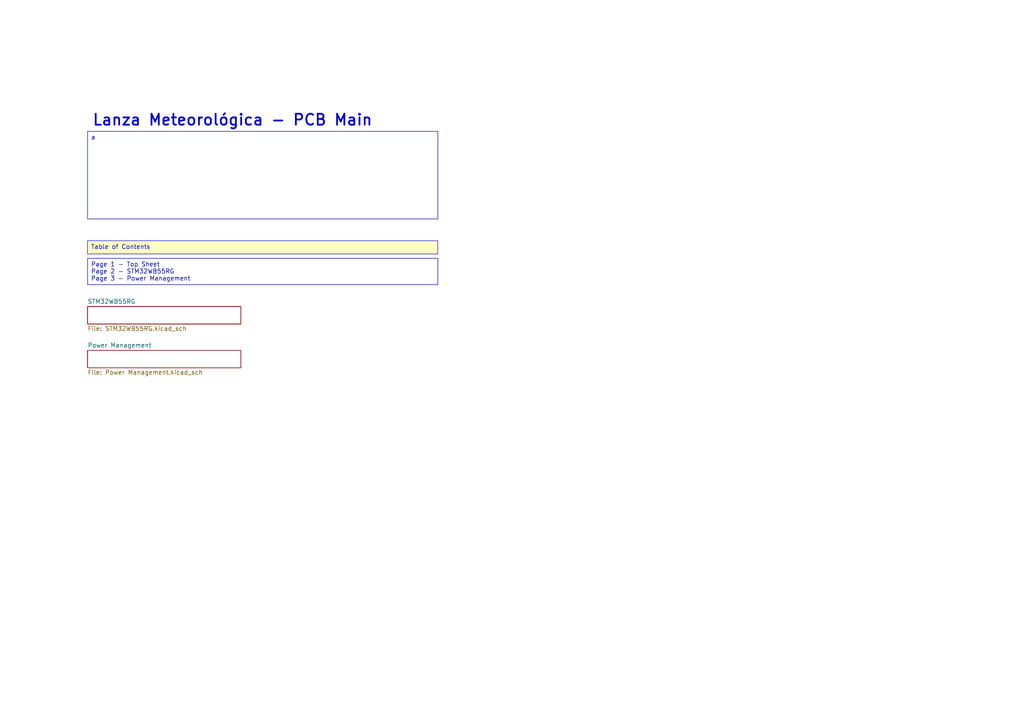
<source format=kicad_sch>
(kicad_sch
	(version 20250114)
	(generator "eeschema")
	(generator_version "9.0")
	(uuid "9fa2563f-04cb-468b-9731-6177268fcdbf")
	(paper "A4")
	(title_block
		(title "Lanza Meteorológica - PCB Main")
	)
	(lib_symbols)
	(text "Lanza Meteorológica - PCB Main"
		(exclude_from_sim no)
		(at 26.67 36.83 0)
		(effects
			(font
				(size 3.175 3.175)
				(thickness 0.508)
				(bold yes)
			)
			(justify left bottom)
		)
		(uuid "a02775c8-28f2-4c7b-a76d-f1137491b64d")
	)
	(text_box "Page 1 - Top Sheet\nPage 2 - STM32WB55RG\nPage 3 - Power Management"
		(exclude_from_sim no)
		(at 25.4 74.93 0)
		(size 101.6 7.62)
		(margins 0.9525 0.9525 0.9525 0.9525)
		(stroke
			(width 0)
			(type solid)
		)
		(fill
			(type none)
		)
		(effects
			(font
				(size 1.27 1.27)
			)
			(justify left top)
		)
		(uuid "4305ef05-2fc1-4a4d-bd7b-8b0da48c187d")
	)
	(text_box "a"
		(exclude_from_sim no)
		(at 25.4 38.1 0)
		(size 101.6 25.4)
		(margins 0.9525 0.9525 0.9525 0.9525)
		(stroke
			(width 0)
			(type solid)
		)
		(fill
			(type none)
		)
		(effects
			(font
				(size 1.27 1.27)
			)
			(justify left top)
		)
		(uuid "5edf4795-8828-4540-98b4-741066d99345")
	)
	(text_box "Table of Contents"
		(exclude_from_sim no)
		(at 25.4 69.85 0)
		(size 101.6 3.81)
		(margins 0.9525 0.9525 0.9525 0.9525)
		(stroke
			(width 0)
			(type solid)
		)
		(fill
			(type color)
			(color 255 255 194 1)
		)
		(effects
			(font
				(size 1.27 1.27)
			)
			(justify left top)
		)
		(uuid "7e8c3f1c-d121-4028-8208-eaa8c8058a79")
	)
	(sheet
		(at 25.4 88.9)
		(size 44.45 5.08)
		(exclude_from_sim no)
		(in_bom yes)
		(on_board yes)
		(dnp no)
		(fields_autoplaced yes)
		(stroke
			(width 0.1524)
			(type solid)
		)
		(fill
			(color 0 0 0 0.0000)
		)
		(uuid "401ae2bf-b50a-48e9-9bd2-721497aaba14")
		(property "Sheetname" "STM32WB55RG"
			(at 25.4 88.1884 0)
			(effects
				(font
					(size 1.27 1.27)
				)
				(justify left bottom)
			)
		)
		(property "Sheetfile" "STM32WB55RG.kicad_sch"
			(at 25.4 94.5646 0)
			(effects
				(font
					(size 1.27 1.27)
				)
				(justify left top)
			)
		)
		(instances
			(project "PCB Main"
				(path "/9fa2563f-04cb-468b-9731-6177268fcdbf"
					(page "2")
				)
			)
		)
	)
	(sheet
		(at 25.4 101.6)
		(size 44.45 5.08)
		(exclude_from_sim no)
		(in_bom yes)
		(on_board yes)
		(dnp no)
		(fields_autoplaced yes)
		(stroke
			(width 0.1524)
			(type solid)
		)
		(fill
			(color 0 0 0 0.0000)
		)
		(uuid "b888a684-3263-4153-9730-9658fff4b3b0")
		(property "Sheetname" "Power Management"
			(at 25.4 100.8884 0)
			(effects
				(font
					(size 1.27 1.27)
				)
				(justify left bottom)
			)
		)
		(property "Sheetfile" "Power Management.kicad_sch"
			(at 25.4 107.2646 0)
			(effects
				(font
					(size 1.27 1.27)
				)
				(justify left top)
			)
		)
		(instances
			(project "PCB Main"
				(path "/9fa2563f-04cb-468b-9731-6177268fcdbf"
					(page "3")
				)
			)
		)
	)
	(sheet_instances
		(path "/"
			(page "1")
		)
	)
	(embedded_fonts no)
)

</source>
